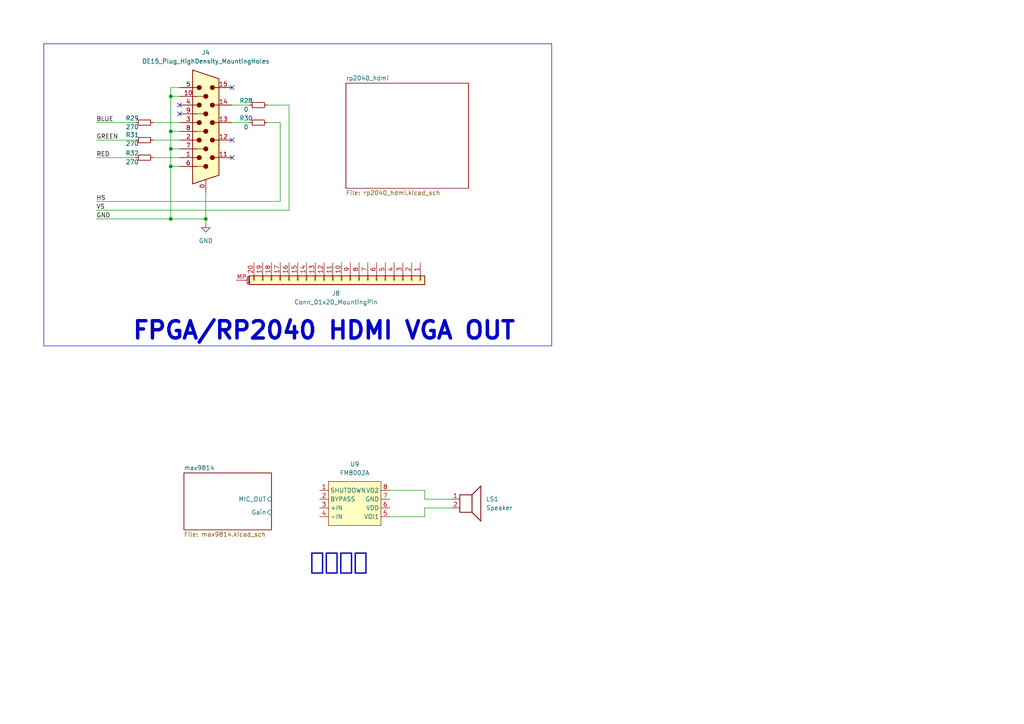
<source format=kicad_sch>
(kicad_sch (version 20231120) (generator "eeschema") (generator_version "8.0")
  (paper "A4")
  (lib_symbols
    (symbol "Connector:DE15_Plug_HighDensity_MountingHoles" (pin_names (offset 1.016) hide)
      (property "Reference" "J" (at 0 21.59 0))
      (property "Value" "DE15_Plug_HighDensity_MountingHoles" (at 0 19.05 0))
      (symbol "DE15_Plug_HighDensity_MountingHoles_0_1"
        (circle (center -1.905 -7.62) (radius 0.635) (fill (type outline)))
        (circle (center -1.905 -2.54) (radius 0.635) (fill (type outline)))
        (circle (center -1.905 2.54) (radius 0.635) (fill (type outline)))
        (circle (center -1.905 7.62) (radius 0.635) (fill (type outline)))
        (circle (center -1.905 12.7) (radius 0.635) (fill (type outline)))
        (circle (center 0 -10.16) (radius 0.635) (fill (type outline)))
        (circle (center 0 -5.08) (radius 0.635) (fill (type outline)))
        (polyline (pts (xy -3.175 -5.08) (xy -0.635 -5.08)))
        (polyline (pts (xy -0.635 -10.16) (xy -3.175 -10.16)))
        (polyline (pts (xy -0.635 0) (xy -3.175 0)))
        (polyline (pts (xy -0.635 5.08) (xy -3.175 5.08)))
        (polyline (pts (xy -0.635 10.16) (xy -3.175 10.16)))
        (polyline (pts (xy -3.81 17.78) (xy -3.81 -15.24) (xy 3.81 -12.7) (xy 3.81 15.24) (xy -3.81 17.78)) (stroke (width 0.254)) (fill (type background)))
        (circle (center 0 0) (radius 0.635) (fill (type outline)))
        (circle (center 0 5.08) (radius 0.635) (fill (type outline)))
        (circle (center 0 10.16) (radius 0.635) (fill (type outline)))
        (circle (center 1.905 -7.62) (radius 0.635) (fill (type outline)))
        (circle (center 1.905 -2.54) (radius 0.635) (fill (type outline)))
        (circle (center 1.905 2.54) (radius 0.635) (fill (type outline)))
        (circle (center 1.905 7.62) (radius 0.635) (fill (type outline)))
        (circle (center 1.905 12.7) (radius 0.635) (fill (type outline)))
      )
      (symbol "DE15_Plug_HighDensity_MountingHoles_1_1"
        (pin passive line (at 0 -17.78 90) (length 3.81) (name "~") (number "0"))
        (pin passive line (at -7.62 -7.62 0) (length 5.08) (name "~") (number "1"))
        (pin passive line (at -7.62 10.16 0) (length 5.08) (name "~") (number "10"))
        (pin passive line (at 7.62 -7.62 180) (length 5.08) (name "~") (number "11"))
        (pin passive line (at 7.62 -2.54 180) (length 5.08) (name "~") (number "12"))
        (pin passive line (at 7.62 2.54 180) (length 5.08) (name "~") (number "13"))
        (pin passive line (at 7.62 7.62 180) (length 5.08) (name "~") (number "14"))
        (pin passive line (at 7.62 12.7 180) (length 5.08) (name "~") (number "15"))
        (pin passive line (at -7.62 -2.54 0) (length 5.08) (name "~") (number "2"))
        (pin passive line (at -7.62 2.54 0) (length 5.08) (name "~") (number "3"))
        (pin passive line (at -7.62 7.62 0) (length 5.08) (name "~") (number "4"))
        (pin passive line (at -7.62 12.7 0) (length 5.08) (name "~") (number "5"))
        (pin passive line (at -7.62 -10.16 0) (length 5.08) (name "~") (number "6"))
        (pin passive line (at -7.62 -5.08 0) (length 5.08) (name "~") (number "7"))
        (pin passive line (at -7.62 0 0) (length 5.08) (name "~") (number "8"))
        (pin passive line (at -7.62 5.08 0) (length 5.08) (name "~") (number "9"))
      )
    )
    (symbol "Connector_Generic_MountingPin:Conn_01x20_MountingPin" (pin_names (offset 1.016) hide)
      (property "Reference" "J" (at 0 25.4 0))
      (property "Value" "Conn_01x20_MountingPin" (at 1.27 -27.94 0))
      (symbol "Conn_01x20_MountingPin_1_1"
        (rectangle (start -1.27 -25.273) (end 0 -25.527) (stroke (width 0.1524)))
        (rectangle (start -1.27 -22.733) (end 0 -22.987) (stroke (width 0.1524)))
        (rectangle (start -1.27 -20.193) (end 0 -20.447) (stroke (width 0.1524)))
        (rectangle (start -1.27 -17.653) (end 0 -17.907) (stroke (width 0.1524)))
        (rectangle (start -1.27 -15.113) (end 0 -15.367) (stroke (width 0.1524)))
        (rectangle (start -1.27 -12.573) (end 0 -12.827) (stroke (width 0.1524)))
        (rectangle (start -1.27 -10.033) (end 0 -10.287) (stroke (width 0.1524)))
        (rectangle (start -1.27 -7.493) (end 0 -7.747) (stroke (width 0.1524)))
        (rectangle (start -1.27 -4.953) (end 0 -5.207) (stroke (width 0.1524)))
        (rectangle (start -1.27 -2.413) (end 0 -2.667) (stroke (width 0.1524)))
        (rectangle (start -1.27 0.127) (end 0 -0.127) (stroke (width 0.1524)))
        (rectangle (start -1.27 2.667) (end 0 2.413) (stroke (width 0.1524)))
        (rectangle (start -1.27 5.207) (end 0 4.953) (stroke (width 0.1524)))
        (rectangle (start -1.27 7.747) (end 0 7.493) (stroke (width 0.1524)))
        (rectangle (start -1.27 10.287) (end 0 10.033) (stroke (width 0.1524)))
        (rectangle (start -1.27 12.827) (end 0 12.573) (stroke (width 0.1524)))
        (rectangle (start -1.27 15.367) (end 0 15.113) (stroke (width 0.1524)))
        (rectangle (start -1.27 17.907) (end 0 17.653) (stroke (width 0.1524)))
        (rectangle (start -1.27 20.447) (end 0 20.193) (stroke (width 0.1524)))
        (rectangle (start -1.27 22.987) (end 0 22.733) (stroke (width 0.1524)))
        (rectangle (start -1.27 24.13) (end 1.27 -26.67) (stroke (width 0.254)) (fill (type background)))
        (polyline (pts (xy -1.016 -27.432) (xy 1.016 -27.432)) (stroke (width 0.1524)))
        (text "Mounting" (at 0 -27.051 0) (effects (font (size 0.381 0.381))))
        (pin passive line (at -5.08 22.86 0) (length 3.81) (name "Pin_1") (number "1"))
        (pin passive line (at -5.08 0 0) (length 3.81) (name "Pin_10") (number "10"))
        (pin passive line (at -5.08 -2.54 0) (length 3.81) (name "Pin_11") (number "11"))
        (pin passive line (at -5.08 -5.08 0) (length 3.81) (name "Pin_12") (number "12"))
        (pin passive line (at -5.08 -7.62 0) (length 3.81) (name "Pin_13") (number "13"))
        (pin passive line (at -5.08 -10.16 0) (length 3.81) (name "Pin_14") (number "14"))
        (pin passive line (at -5.08 -12.7 0) (length 3.81) (name "Pin_15") (number "15"))
        (pin passive line (at -5.08 -15.24 0) (length 3.81) (name "Pin_16") (number "16"))
        (pin passive line (at -5.08 -17.78 0) (length 3.81) (name "Pin_17") (number "17"))
        (pin passive line (at -5.08 -20.32 0) (length 3.81) (name "Pin_18") (number "18"))
        (pin passive line (at -5.08 -22.86 0) (length 3.81) (name "Pin_19") (number "19"))
        (pin passive line (at -5.08 20.32 0) (length 3.81) (name "Pin_2") (number "2"))
        (pin passive line (at -5.08 -25.4 0) (length 3.81) (name "Pin_20") (number "20"))
        (pin passive line (at -5.08 17.78 0) (length 3.81) (name "Pin_3") (number "3"))
        (pin passive line (at -5.08 15.24 0) (length 3.81) (name "Pin_4") (number "4"))
        (pin passive line (at -5.08 12.7 0) (length 3.81) (name "Pin_5") (number "5"))
        (pin passive line (at -5.08 10.16 0) (length 3.81) (name "Pin_6") (number "6"))
        (pin passive line (at -5.08 7.62 0) (length 3.81) (name "Pin_7") (number "7"))
        (pin passive line (at -5.08 5.08 0) (length 3.81) (name "Pin_8") (number "8"))
        (pin passive line (at -5.08 2.54 0) (length 3.81) (name "Pin_9") (number "9"))
        (pin passive line (at 0 -30.48 90) (length 3.048) (name "MountPin") (number "MP"))
      )
    )
    (symbol "Device:R_Small" (pin_numbers hide) (pin_names (offset 0.254) hide)
      (property "Reference" "R" (at 0.762 0.508 0))
      (property "Value" "R_Small" (at 0.762 -1.016 0))
      (symbol "R_Small_0_1"
        (rectangle (start -0.762 1.778) (end 0.762 -1.778) (stroke (width 0.2032)))
      )
      (symbol "R_Small_1_1"
        (pin passive line (at 0 2.54 270) (length 0.762) (name "~") (number "1"))
        (pin passive line (at 0 -2.54 90) (length 0.762) (name "~") (number "2"))
      )
    )
    (symbol "Device:Speaker" (pin_names (offset 0) hide)
      (property "Reference" "LS" (at 1.27 5.715 0))
      (property "Value" "Speaker" (at 1.27 3.81 0))
      (symbol "Speaker_0_0"
        (rectangle (start -2.54 1.27) (end 1.016 -3.81) (stroke (width 0.254)))
        (polyline (pts (xy 1.016 1.27) (xy 3.556 3.81) (xy 3.556 -6.35) (xy 1.016 -3.81)) (stroke (width 0.254)))
      )
      (symbol "Speaker_1_1"
        (pin input line (at -5.08 0 0) (length 2.54) (name "1") (number "1"))
        (pin input line (at -5.08 -2.54 0) (length 2.54) (name "2") (number "2"))
      )
    )
    (symbol "GND_1" (power) (pin_numbers hide) (pin_names (offset 0) hide)
      (property "Value" "GND" (at 0 -3.81 0))
      (symbol "GND_1_0_1"
        (polyline (pts (xy 0 0) (xy 0 -1.27) (xy 1.27 -1.27) (xy 0 -2.54) (xy -1.27 -1.27) (xy 0 -1.27)))
      )
      (symbol "GND_1_1_1"
        (pin power_in line (at 0 0 270) (length 0) (name "~") (number "1"))
      )
    )
    (symbol "my_chips:FM8002A"
      (property "Reference" "U" (at -4.572 7.62 0))
      (property "Value" "FM8002A" (at 3.048 7.62 0))
      (symbol "FM8002A_1_1"
        (rectangle (start -7.6098 6.3448) (end 7.6302 -6.3552) (fill (type background)))
        (pin input line (at -10.16 3.81 0) (length 2.54) (name "SHUTDOWN") (number "1"))
        (pin input line (at -10.16 1.27 0) (length 2.54) (name "BYPASS") (number "2"))
        (pin input line (at -10.16 -1.27 0) (length 2.54) (name "+IN") (number "3"))
        (pin input line (at -10.16 -3.81 0) (length 2.54) (name "-IN") (number "4"))
        (pin input line (at 10.16 -3.81 180) (length 2.54) (name "VOI1") (number "5"))
        (pin input line (at 10.16 -1.27 180) (length 2.54) (name "VDD") (number "6"))
        (pin input line (at 10.16 1.27 180) (length 2.54) (name "GND") (number "7"))
        (pin input line (at 10.16 3.81 180) (length 2.54) (name "VO2") (number "8"))
      )
    )
  )
  (junction (at 49.53 63.5))
  (junction (at 49.53 27.94))
  (junction (at 59.69 63.5))
  (junction (at 49.53 38.1))
  (junction (at 49.53 48.26))
  (junction (at 49.53 43.18))
  (no_connect (at 52.07 30.48))
  (no_connect (at 67.31 40.64))
  (no_connect (at 67.31 45.72))
  (no_connect (at 67.31 25.4))
  (no_connect (at 52.07 33.02))
  (wire (pts (xy 123.19 147.32) (xy 123.19 149.86)))
  (wire (pts (xy 49.53 38.1) (xy 49.53 43.18)))
  (wire (pts (xy 77.47 30.48) (xy 83.82 30.48)))
  (wire (pts (xy 67.31 35.56) (xy 72.39 35.56)))
  (wire (pts (xy 44.45 45.72) (xy 52.07 45.72)))
  (wire (pts (xy 49.53 25.4) (xy 49.53 27.94)))
  (wire (pts (xy 27.94 40.64) (xy 39.37 40.64)))
  (wire (pts (xy 81.28 35.56) (xy 81.28 58.42)))
  (wire (pts (xy 49.53 48.26) (xy 49.53 63.5)))
  (wire (pts (xy 27.94 45.72) (xy 39.37 45.72)))
  (wire (pts (xy 113.03 142.24) (xy 123.19 142.24)))
  (wire (pts (xy 59.69 64.77) (xy 59.69 63.5)))
  (wire (pts (xy 77.47 35.56) (xy 81.28 35.56)))
  (wire (pts (xy 49.53 43.18) (xy 49.53 48.26)))
  (wire (pts (xy 27.94 60.96) (xy 83.82 60.96)))
  (wire (pts (xy 27.94 58.42) (xy 81.28 58.42)))
  (wire (pts (xy 59.69 55.88) (xy 59.69 63.5)))
  (wire (pts (xy 52.07 27.94) (xy 49.53 27.94)))
  (wire (pts (xy 67.31 30.48) (xy 72.39 30.48)))
  (wire (pts (xy 123.19 142.24) (xy 123.19 144.78)))
  (wire (pts (xy 52.07 43.18) (xy 49.53 43.18)))
  (wire (pts (xy 44.45 35.56) (xy 52.07 35.56)))
  (wire (pts (xy 49.53 63.5) (xy 59.69 63.5)))
  (wire (pts (xy 49.53 48.26) (xy 52.07 48.26)))
  (wire (pts (xy 83.82 30.48) (xy 83.82 60.96)))
  (wire (pts (xy 52.07 38.1) (xy 49.53 38.1)))
  (wire (pts (xy 123.19 149.86) (xy 113.03 149.86)))
  (wire (pts (xy 27.94 35.56) (xy 39.37 35.56)))
  (wire (pts (xy 27.94 63.5) (xy 49.53 63.5)))
  (wire (pts (xy 49.53 27.94) (xy 49.53 38.1)))
  (wire (pts (xy 130.81 147.32) (xy 123.19 147.32)))
  (wire (pts (xy 52.07 25.4) (xy 49.53 25.4)))
  (wire (pts (xy 44.45 40.64) (xy 52.07 40.64)))
  (wire (pts (xy 123.19 144.78) (xy 130.81 144.78)))
  (rectangle (start 12.7 12.7) (end 160.02 100.33))
  (text "音频处理" (at 98.298 164.592 0) (effects (font (size 5 5) (thickness 1) (bold yes))))
  (text "FPGA/RP2040 HDMI VGA OUT" (at 93.98 96.012 0) (effects (font (size 5 5) (thickness 1) (bold yes))))
  (label "VS" (at 27.94 60.96 0))
  (label "GREEN" (at 27.94 40.64 0))
  (label "HS" (at 27.94 58.42 0))
  (label "RED" (at 27.94 45.72 0))
  (label "GND" (at 27.94 63.5 0))
  (label "BLUE" (at 27.94 35.56 0))
  (symbol (lib_id "Connector:DE15_Plug_HighDensity_MountingHoles") (at 59.69 38.1 0) (unit 1)
    (property "Reference" "J4" (at 59.69 15.24 0))
    (property "Value" "DE15_Plug_HighDensity_MountingHoles" (at 59.69 17.78 0))
    (property "Footprint" "Connector_Dsub:DSUB-15-HD_Female_Horizontal_P2.29x1.98mm_EdgePinOffset3.03mm_Housed_MountingHolesOffset4.94mm" (effects (hide yes)))
    (property "Datasheet" " ~" (effects (hide yes)))
    (property "Description" "15-pin male plug socket D-SUB connector, High density (3 columns), Triple Row, Generic, VGA-connector, Mounting Hole" (effects (hide yes)))
  )
  (symbol (lib_id "Device:R_Small") (at 41.91 35.56 90) (unit 1)
    (property "Reference" "R29" (at 38.354 34.29 90))
    (property "Value" "270" (at 38.354 36.83 90))
    (property "Description" "Resistor, small symbol" (effects (hide yes)))
  )
  (symbol (lib_id "Device:R_Small") (at 74.93 35.56 90) (unit 1)
    (property "Reference" "R30" (at 71.374 34.29 90))
    (property "Value" "0" (at 71.374 36.83 90))
    (property "Description" "Resistor, small symbol" (effects (hide yes)))
  )
  (symbol (lib_id "my_chips:FM8002A") (at 102.87 146.05 0) (unit 1)
    (property "Reference" "U9" (at 102.8751 134.62 0))
    (property "Value" "FM8002A" (at 102.8751 137.16 0))
    (property "Footprint" "Package_SO:SOIC-8_3.9x4.9mm_P1.27mm" (effects (hide yes)))
  )
  (symbol (lib_id "Device:R_Small") (at 74.93 30.48 90) (unit 1)
    (property "Reference" "R28" (at 71.374 29.21 90))
    (property "Value" "0" (at 71.374 31.75 90))
    (property "Description" "Resistor, small symbol" (effects (hide yes)))
  )
  (symbol (lib_name "GND_1") (lib_id "power:GND") (at 59.69 64.77 0) (unit 1)
    (property "Reference" "#PWR053" (effects (hide yes)))
    (property "Value" "GND" (at 59.69 69.85 0))
    (property "Description" "Power symbol creates a global label with name \"GND\" , ground" (effects (hide yes)))
  )
  (symbol (lib_id "Device:R_Small") (at 41.91 45.72 90) (unit 1)
    (property "Reference" "R32" (at 38.354 44.45 90))
    (property "Value" "270" (at 38.354 46.99 90))
    (property "Description" "Resistor, small symbol" (effects (hide yes)))
  )
  (symbol (lib_id "Connector_Generic_MountingPin:Conn_01x20_MountingPin") (at 99.06 81.28 270) (unit 1)
    (property "Reference" "J8" (at 97.4344 85.09 90))
    (property "Value" "Conn_01x20_MountingPin" (at 97.4344 87.63 90))
    (property "Footprint" "Connector_FFC-FPC:TE_2-1734839-0_1x20-1MP_P0.5mm_Horizontal" (effects (hide yes)))
    (property "Description" "Generic connectable mounting pin connector, single row, 01x20, script generated (kicad-library-utils/schlib/autogen/connector/)" (effects (hide yes)))
  )
  (symbol (lib_id "Device:R_Small") (at 41.91 40.64 90) (unit 1)
    (property "Reference" "R31" (at 38.354 39.116 90))
    (property "Value" "270" (at 38.354 41.656 90))
    (property "Description" "Resistor, small symbol" (effects (hide yes)))
  )
  (symbol (lib_id "Device:Speaker") (at 135.89 144.78 0) (unit 1)
    (property "Reference" "LS1" (at 140.97 144.7799 0) (effects (justify left)))
    (property "Value" "Speaker" (at 140.97 147.3199 0) (effects (justify left)))
    (property "Description" "Speaker" (effects (hide yes)))
  )
  (sheet (at 100.33 24.13) (size 35.56 30.48) (stroke (width 0.1524))
    (property "Sheetname" "rp2040_hdmi" (at 100.33 23.4184 0) (effects (justify left bottom)))
    (property "Sheetfile" "rp2040_hdmi.kicad_sch" (at 100.33 55.1946 0) (effects (justify left top)))
  )
  (sheet (at 53.34 137.16) (size 25.4 16.51) (stroke (width 0.1524))
    (property "Sheetname" "max9814" (at 53.34 136.4484 0) (effects (justify left bottom)))
    (property "Sheetfile" "max9814.kicad_sch" (at 53.34 154.2546 0) (effects (justify left top)))
    (pin "MIC_OUT" input (at 78.74 144.78 0))
    (pin "Gain" input (at 78.74 148.59 0))
  )
)
</source>
